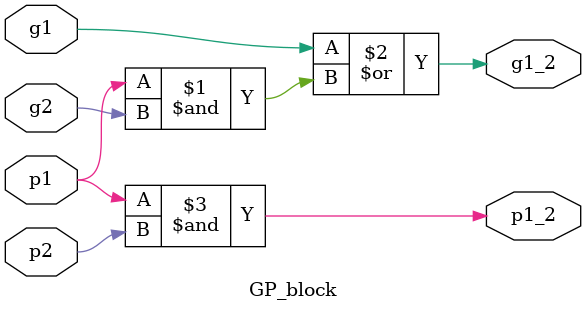
<source format=sv>
`timescale 1ns / 1ps
module GP_block(input logic g1,g2,p1,p2,output logic g1_2,p1_2);
    assign g1_2= g1| (p1&g2);
    assign p1_2=p1&p2;
endmodule



</source>
